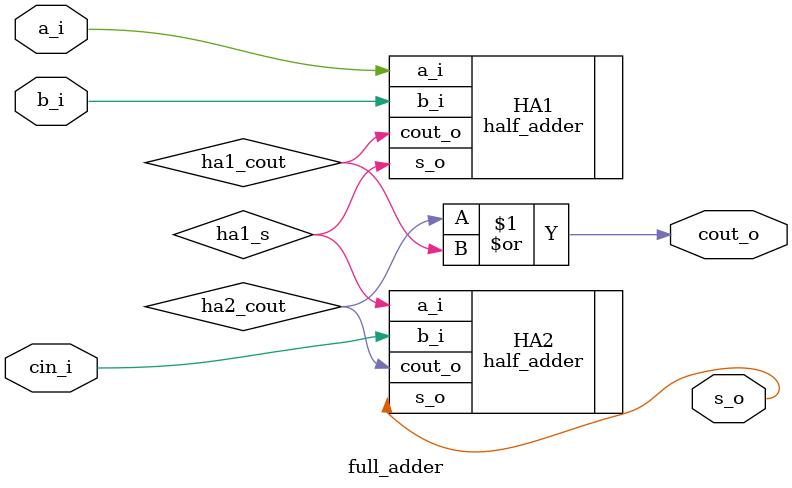
<source format=v>
`timescale 1ns / 1ps

module full_adder
(
input a_i,
input b_i,
input cin_i,
output s_o,
output cout_o
);

wire ha1_s, ha1_cout, ha2_cout;

half_adder HA1 
(
.a_i    (a_i),
.b_i    (b_i),
.s_o    (ha1_s),
.cout_o (ha1_cout)
);

half_adder HA2 
(
.a_i    (ha1_s),
.b_i    (cin_i),
.s_o    (s_o),
.cout_o (ha2_cout)
);

assign cout_o = ha2_cout | ha1_cout;

endmodule

</source>
